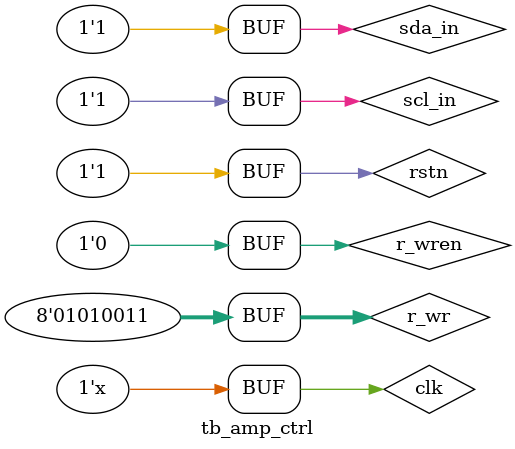
<source format=v>
`include "timescale.vh"
`include "simulation.vh"

module tb_amp_ctrl;

reg        clk     ;
reg        rstn    ;
wire       r_err   ;
wire       vi_err  ;
wire [7:0] v       ;
wire [7:0] i       ;
wire [7:0] r_rd    ;
reg  [7:0]      r_wr    ;
reg        r_wren  ;
reg        scl_in  ;
wire       scl_out ;
reg        sda_in  ;
wire       sda_out ;

parameter T     = 100    ;
parameter I2C_T = 10_000;

always #(T/2) clk = ~clk;

wire scl;
wire sda;

assign scl = (scl_out && scl_in) ? 1'bz:1'b0;
assign sda = (sda_out && sda_in) ? 1'bz:1'b0;


initial begin

clk=0;
rstn=0;
r_wr=0;
r_wren=0;
scl_in=1;
sda_in=1;

#(T*10)rstn=1;

`define TEST_1_5

`ifdef TEST_1_1

//write res
#1092_000 sda_in=0;
#I2C_T sda_in=1;

#80_000 sda_in=0;
#I2C_T sda_in=1;

#80_000 sda_in=0;
#I2C_T sda_in=1;
`endif 


`ifdef TEST_1_2
//write res
#1092_000 sda_in=0;
#I2C_T sda_in=1;

#80_000 sda_in=0;
#I2C_T sda_in=1;

#80_000 sda_in=0;
#I2C_T sda_in=1;


//read voltage
#400_000 sda_in=0;
#I2C_T sda_in=1;

#80_000 sda_in=0;
#I2C_T sda_in=1;

#100_000 sda_in=0;
#I2C_T sda_in=1;
#I2C_T sda_in=1;
#I2C_T sda_in=1;
#I2C_T sda_in=0;
#I2C_T sda_in=1;
#I2C_T sda_in=1;
#I2C_T sda_in=0;
#I2C_T sda_in=0;
#I2C_T sda_in=1;

`endif 


`ifdef TEST_1_3
#1092_000 sda_in=0;
#I2C_T sda_in=1;

#80_000 sda_in=0;
#I2C_T sda_in=1;

#80_000 sda_in=0;
#I2C_T sda_in=1;


//read voltage
#400_000 sda_in=0;
#I2C_T sda_in=1;

#80_000 sda_in=0;
#I2C_T sda_in=1;

#100_000 sda_in=0;
#I2C_T sda_in=1;
#I2C_T sda_in=1;
#I2C_T sda_in=1;
#I2C_T sda_in=0;
#I2C_T sda_in=1;
#I2C_T sda_in=1;
#I2C_T sda_in=0;
#I2C_T sda_in=0;
#I2C_T sda_in=1;

//read amp
#210_000 sda_in=0;
#I2C_T sda_in=1;

#80_000 sda_in=0;
#I2C_T sda_in=1;

#100_000 sda_in=0;
#I2C_T sda_in=1;
#I2C_T sda_in=1;
#I2C_T sda_in=1;
#I2C_T sda_in=0;
#I2C_T sda_in=1;
#I2C_T sda_in=1;
#I2C_T sda_in=0;
#I2C_T sda_in=0;
#I2C_T sda_in=1;

//read res
#210_000 sda_in=0;
#I2C_T sda_in=1;

#80_000 sda_in=0;
#I2C_T sda_in=1;

#100_000 sda_in=0;
#I2C_T sda_in=1;
#I2C_T sda_in=1;
#I2C_T sda_in=1;
#I2C_T sda_in=0;
#I2C_T sda_in=1;
#I2C_T sda_in=1;
#I2C_T sda_in=0;
#I2C_T sda_in=0;
#I2C_T sda_in=1;
`endif 




`ifdef TEST_1_4

#1092_000 sda_in=0;
#I2C_T sda_in=1;

#80_000 sda_in=0;
#I2C_T sda_in=1;

#80_000 sda_in=0;
#I2C_T sda_in=1;


//read voltage
#400_000 sda_in=0;
#I2C_T sda_in=1;

#80_000 sda_in=0;
#I2C_T sda_in=1;

#100_000 sda_in=0;
#I2C_T sda_in=1;
#I2C_T sda_in=1;
#I2C_T sda_in=1;
#I2C_T sda_in=0;
#I2C_T sda_in=1;
#I2C_T sda_in=1;
#I2C_T sda_in=0;
#I2C_T sda_in=0;
#I2C_T sda_in=1;

//read amp
#210_000 sda_in=0;
#I2C_T sda_in=1;

#80_000 sda_in=0;
#I2C_T sda_in=1;

#100_000 sda_in=0;
#I2C_T sda_in=1;
#I2C_T sda_in=1;
#I2C_T sda_in=1;
#I2C_T sda_in=0;
#I2C_T sda_in=1;
#I2C_T sda_in=1;
#I2C_T sda_in=0;
#I2C_T sda_in=0;
#I2C_T sda_in=1;

//read res
#210_000 sda_in=0;
#I2C_T sda_in=1;

#80_000 sda_in=0;
#I2C_T sda_in=1;

#100_000 sda_in=0;
#I2C_T sda_in=1;
#I2C_T sda_in=1;
#I2C_T sda_in=0;
#I2C_T sda_in=0;
#I2C_T sda_in=1;
#I2C_T sda_in=1;
#I2C_T sda_in=0;
#I2C_T sda_in=0;
#I2C_T sda_in=1;

//read vol
#210_000 sda_in=0;
#I2C_T sda_in=1;

r_wr = 8'h53;
r_wren = 1;
#T r_wren = 0;

#80_000 sda_in=0;
#I2C_T sda_in=1;

#100_000 sda_in=0;
#I2C_T sda_in=1;
#I2C_T sda_in=1;
#I2C_T sda_in=1;
#I2C_T sda_in=0;
#I2C_T sda_in=1;
#I2C_T sda_in=1;
#I2C_T sda_in=0;
#I2C_T sda_in=1;
#I2C_T sda_in=1;


//write res
#412_000 sda_in=0;
#I2C_T sda_in=1;

//r_wr = 8'h53;
//r_wren = 1;
//#T r_wren = 0;

#80_000 sda_in=0;
#I2C_T sda_in=1;

#80_000 sda_in=0;
#I2C_T sda_in=1;   


//read again
//read voltage
#500_000 sda_in=0;
#I2C_T sda_in=1;

#80_000 sda_in=0;
#I2C_T sda_in=1;

#100_000 sda_in=0;
#I2C_T sda_in=1;
#I2C_T sda_in=0;
#I2C_T sda_in=0;
#I2C_T sda_in=0;
#I2C_T sda_in=1;
#I2C_T sda_in=1;
#I2C_T sda_in=0;
#I2C_T sda_in=0;
#I2C_T sda_in=1;

//read amp
#210_000 sda_in=0;
#I2C_T sda_in=1;

#80_000 sda_in=0;
#I2C_T sda_in=1;

#100_000 sda_in=0;
#I2C_T sda_in=1;
#I2C_T sda_in=0;
#I2C_T sda_in=1;
#I2C_T sda_in=0;
#I2C_T sda_in=1;
#I2C_T sda_in=1;
#I2C_T sda_in=0;
#I2C_T sda_in=0;
#I2C_T sda_in=1;

//read res
#210_000 sda_in=0;
#I2C_T sda_in=1;

#80_000 sda_in=0;
#I2C_T sda_in=1;

#100_000 sda_in=0;
#I2C_T sda_in=0;
#I2C_T sda_in=1;
#I2C_T sda_in=1;
#I2C_T sda_in=1;
#I2C_T sda_in=1;
#I2C_T sda_in=1;
#I2C_T sda_in=0;
#I2C_T sda_in=0;
#I2C_T sda_in=1;
`endif 
 
 
`ifdef TEST_1_5

#1092_000 sda_in=0;
#I2C_T sda_in=1;

#80_000 sda_in=0;
#I2C_T sda_in=1;

#80_000 sda_in=0;
#I2C_T sda_in=1;


//read voltage
#400_000 sda_in=0;
#I2C_T sda_in=1;

#80_000 sda_in=0;
#I2C_T sda_in=1;

#100_000 sda_in=0;
#I2C_T sda_in=1;
#I2C_T sda_in=1;
#I2C_T sda_in=1;
#I2C_T sda_in=0;
#I2C_T sda_in=1;
#I2C_T sda_in=1;
#I2C_T sda_in=0;
#I2C_T sda_in=0;
#I2C_T sda_in=1;

//read amp
#210_000 sda_in=0;
#I2C_T sda_in=1;

#80_000 sda_in=0;
#I2C_T sda_in=1;

#100_000 sda_in=0;
#I2C_T sda_in=1;
#I2C_T sda_in=1;
#I2C_T sda_in=1;
#I2C_T sda_in=0;
#I2C_T sda_in=1;
#I2C_T sda_in=1;
#I2C_T sda_in=0;
#I2C_T sda_in=0;
#I2C_T sda_in=1;

//read res
#210_000 sda_in=0;
#I2C_T sda_in=1;

#80_000 sda_in=0;
#I2C_T sda_in=1;

#100_000 sda_in=0;
#I2C_T sda_in=1;
#I2C_T sda_in=1;
#I2C_T sda_in=0;
#I2C_T sda_in=0;
#I2C_T sda_in=1;
#I2C_T sda_in=1;
#I2C_T sda_in=0;
#I2C_T sda_in=0;
#I2C_T sda_in=1;

//read vol
#210_000 sda_in=0;
#I2C_T sda_in=1;

r_wr = 8'h53;
r_wren = 1;
#T r_wren = 0;

#80_000 sda_in=0;
#I2C_T sda_in=1;

#100_000 sda_in=0;
#I2C_T sda_in=1;
#I2C_T sda_in=1;
#I2C_T sda_in=1;
#I2C_T sda_in=0;
#I2C_T sda_in=1;
#I2C_T sda_in=1;
#I2C_T sda_in=0;
#I2C_T sda_in=1;
#I2C_T sda_in=1;


//write res first time
#412_000 sda_in=0;
#I2C_T sda_in=1;

r_wr = 8'h53;
r_wren = 1;
#T r_wren = 0;

#80_000 sda_in=0;
#I2C_T sda_in=1;

#80_000 sda_in=0;
#I2C_T sda_in=1;   


//write res second time
#802_000 sda_in=0;
#I2C_T sda_in=1;

#80_000 sda_in=0;
#I2C_T sda_in=1;

#80_000 sda_in=0;
#I2C_T sda_in=1;  


//read again
//read voltage
#500_000 sda_in=0;
#I2C_T sda_in=1;

#80_000 sda_in=0;
#I2C_T sda_in=1;

#100_000 sda_in=0;
#I2C_T sda_in=1;
#I2C_T sda_in=0;
#I2C_T sda_in=0;
#I2C_T sda_in=0;
#I2C_T sda_in=1;
#I2C_T sda_in=1;
#I2C_T sda_in=0;
#I2C_T sda_in=0;
#I2C_T sda_in=1;

//read amp
#210_000 sda_in=0;
#I2C_T sda_in=1;

#80_000 sda_in=0;
#I2C_T sda_in=1;

#100_000 sda_in=0;
#I2C_T sda_in=1;
#I2C_T sda_in=0;
#I2C_T sda_in=1;
#I2C_T sda_in=0;
#I2C_T sda_in=1;
#I2C_T sda_in=1;
#I2C_T sda_in=0;
#I2C_T sda_in=0;
#I2C_T sda_in=1;

//read res
#210_000 sda_in=0;
#I2C_T sda_in=1;

#80_000 sda_in=0;
#I2C_T sda_in=1;

#100_000 sda_in=0;
#I2C_T sda_in=0;
#I2C_T sda_in=1;
#I2C_T sda_in=1;
#I2C_T sda_in=1;
#I2C_T sda_in=1;
#I2C_T sda_in=1;
#I2C_T sda_in=0;
#I2C_T sda_in=0;
#I2C_T sda_in=1;
`endif 
               
end
wire v_update;
wire i_update;
/*    */
    amp_ctrl #(
        .SYS_FREQ(10_000_000),
        .I2C_FREQ(100_000)
    )
    dut (
        .clk    (clk    ),
        .rst    (!rstn  ),
        .r_err  (r_err  ),
        .vi_err (vi_err ),
        .v      (v      ),
        .i      (i      ),
        .r_rd   (r_rd   ),
        .r_wr   (r_wr   ),
        .r_wren (r_wren ),
        .scl_in (scl_in ),
        .scl_out(scl_out),
        .sda_in (sda_in ),
        .sda_out(sda_out)
    );
		
	

endmodule 
</source>
